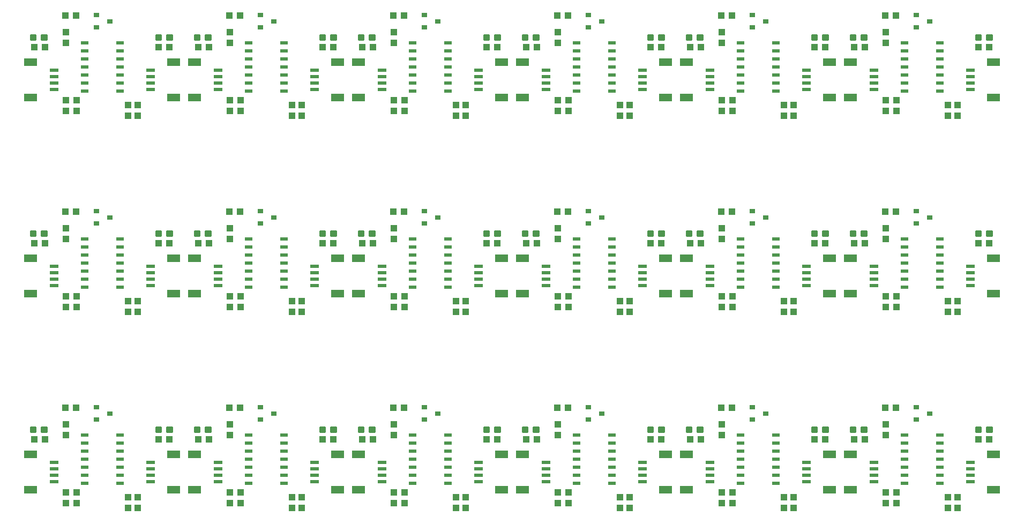
<source format=gtp>
G75*
%MOIN*%
%OFA0B0*%
%FSLAX25Y25*%
%IPPOS*%
%LPD*%
%AMOC8*
5,1,8,0,0,1.08239X$1,22.5*
%
%ADD10R,0.03937X0.04331*%
%ADD11R,0.07874X0.04724*%
%ADD12R,0.05315X0.02362*%
%ADD13R,0.04331X0.03937*%
%ADD14C,0.01181*%
%ADD15R,0.04724X0.02362*%
%ADD16R,0.03543X0.03150*%
D10*
X0061981Y0064404D03*
X0068481Y0064404D03*
X0068481Y0071096D03*
X0061981Y0071096D03*
X0100481Y0068096D03*
X0106481Y0068096D03*
X0106481Y0061404D03*
X0100481Y0061404D03*
X0163981Y0064404D03*
X0170481Y0064404D03*
X0170481Y0071096D03*
X0163981Y0071096D03*
X0202481Y0068096D03*
X0208481Y0068096D03*
X0208481Y0061404D03*
X0202481Y0061404D03*
X0265981Y0064404D03*
X0272481Y0064404D03*
X0272481Y0071096D03*
X0265981Y0071096D03*
X0304481Y0068096D03*
X0310481Y0068096D03*
X0310481Y0061404D03*
X0304481Y0061404D03*
X0367981Y0064404D03*
X0374481Y0064404D03*
X0374481Y0071096D03*
X0367981Y0071096D03*
X0406481Y0068096D03*
X0412481Y0068096D03*
X0412481Y0061404D03*
X0406481Y0061404D03*
X0469981Y0064404D03*
X0476481Y0064404D03*
X0476481Y0071096D03*
X0469981Y0071096D03*
X0508481Y0068096D03*
X0514481Y0068096D03*
X0514481Y0061404D03*
X0508481Y0061404D03*
X0571981Y0064404D03*
X0578481Y0064404D03*
X0578481Y0071096D03*
X0571981Y0071096D03*
X0610481Y0068096D03*
X0616481Y0068096D03*
X0616481Y0061404D03*
X0610481Y0061404D03*
X0571981Y0106904D03*
X0571981Y0113596D03*
X0469981Y0113596D03*
X0469981Y0106904D03*
X0367981Y0106904D03*
X0367981Y0113596D03*
X0265981Y0113596D03*
X0265981Y0106904D03*
X0163981Y0106904D03*
X0163981Y0113596D03*
X0061981Y0113596D03*
X0061981Y0106904D03*
X0100481Y0183404D03*
X0106481Y0183404D03*
X0106481Y0190096D03*
X0100481Y0190096D03*
X0068481Y0193096D03*
X0061981Y0193096D03*
X0061981Y0186404D03*
X0068481Y0186404D03*
X0061981Y0228904D03*
X0061981Y0235596D03*
X0163981Y0235596D03*
X0163981Y0228904D03*
X0163981Y0193096D03*
X0170481Y0193096D03*
X0170481Y0186404D03*
X0163981Y0186404D03*
X0202481Y0183404D03*
X0208481Y0183404D03*
X0208481Y0190096D03*
X0202481Y0190096D03*
X0265981Y0193096D03*
X0272481Y0193096D03*
X0272481Y0186404D03*
X0265981Y0186404D03*
X0304481Y0183404D03*
X0310481Y0183404D03*
X0310481Y0190096D03*
X0304481Y0190096D03*
X0265981Y0228904D03*
X0265981Y0235596D03*
X0367981Y0235596D03*
X0367981Y0228904D03*
X0367981Y0193096D03*
X0374481Y0193096D03*
X0374481Y0186404D03*
X0367981Y0186404D03*
X0406481Y0183404D03*
X0412481Y0183404D03*
X0412481Y0190096D03*
X0406481Y0190096D03*
X0469981Y0193096D03*
X0476481Y0193096D03*
X0476481Y0186404D03*
X0469981Y0186404D03*
X0508481Y0183404D03*
X0514481Y0183404D03*
X0514481Y0190096D03*
X0508481Y0190096D03*
X0469981Y0228904D03*
X0469981Y0235596D03*
X0571981Y0235596D03*
X0571981Y0228904D03*
X0571981Y0193096D03*
X0578481Y0193096D03*
X0578481Y0186404D03*
X0571981Y0186404D03*
X0610481Y0183404D03*
X0616481Y0183404D03*
X0616481Y0190096D03*
X0610481Y0190096D03*
X0610481Y0305404D03*
X0616481Y0305404D03*
X0616481Y0312096D03*
X0610481Y0312096D03*
X0578481Y0315096D03*
X0571981Y0315096D03*
X0571981Y0308404D03*
X0578481Y0308404D03*
X0514481Y0305404D03*
X0508481Y0305404D03*
X0508481Y0312096D03*
X0514481Y0312096D03*
X0476481Y0315096D03*
X0469981Y0315096D03*
X0469981Y0308404D03*
X0476481Y0308404D03*
X0412481Y0305404D03*
X0406481Y0305404D03*
X0406481Y0312096D03*
X0412481Y0312096D03*
X0374481Y0315096D03*
X0367981Y0315096D03*
X0367981Y0308404D03*
X0374481Y0308404D03*
X0310481Y0305404D03*
X0304481Y0305404D03*
X0304481Y0312096D03*
X0310481Y0312096D03*
X0272481Y0315096D03*
X0265981Y0315096D03*
X0265981Y0308404D03*
X0272481Y0308404D03*
X0208481Y0305404D03*
X0202481Y0305404D03*
X0202481Y0312096D03*
X0208481Y0312096D03*
X0170481Y0315096D03*
X0163981Y0315096D03*
X0163981Y0308404D03*
X0170481Y0308404D03*
X0106481Y0305404D03*
X0100481Y0305404D03*
X0100481Y0312096D03*
X0106481Y0312096D03*
X0068481Y0315096D03*
X0061981Y0315096D03*
X0061981Y0308404D03*
X0068481Y0308404D03*
X0061981Y0350904D03*
X0061981Y0357596D03*
X0163981Y0357596D03*
X0163981Y0350904D03*
X0265981Y0350904D03*
X0265981Y0357596D03*
X0367981Y0357596D03*
X0367981Y0350904D03*
X0469981Y0350904D03*
X0469981Y0357596D03*
X0571981Y0357596D03*
X0571981Y0350904D03*
D11*
X0550013Y0338774D03*
X0536950Y0338774D03*
X0536950Y0316726D03*
X0550013Y0316726D03*
X0638950Y0316726D03*
X0638950Y0338774D03*
X0448013Y0338774D03*
X0434950Y0338774D03*
X0434950Y0316726D03*
X0448013Y0316726D03*
X0346013Y0316726D03*
X0332950Y0316726D03*
X0332950Y0338774D03*
X0346013Y0338774D03*
X0244013Y0338774D03*
X0230950Y0338774D03*
X0230950Y0316726D03*
X0244013Y0316726D03*
X0142013Y0316726D03*
X0128950Y0316726D03*
X0128950Y0338774D03*
X0142013Y0338774D03*
X0040013Y0338774D03*
X0040013Y0316726D03*
X0040013Y0216774D03*
X0040013Y0194726D03*
X0128950Y0194726D03*
X0142013Y0194726D03*
X0142013Y0216774D03*
X0128950Y0216774D03*
X0230950Y0216774D03*
X0244013Y0216774D03*
X0244013Y0194726D03*
X0230950Y0194726D03*
X0332950Y0194726D03*
X0346013Y0194726D03*
X0346013Y0216774D03*
X0332950Y0216774D03*
X0434950Y0216774D03*
X0448013Y0216774D03*
X0448013Y0194726D03*
X0434950Y0194726D03*
X0536950Y0194726D03*
X0550013Y0194726D03*
X0550013Y0216774D03*
X0536950Y0216774D03*
X0638950Y0216774D03*
X0638950Y0194726D03*
X0638950Y0094774D03*
X0638950Y0072726D03*
X0550013Y0072726D03*
X0536950Y0072726D03*
X0536950Y0094774D03*
X0550013Y0094774D03*
X0448013Y0094774D03*
X0434950Y0094774D03*
X0434950Y0072726D03*
X0448013Y0072726D03*
X0346013Y0072726D03*
X0332950Y0072726D03*
X0332950Y0094774D03*
X0346013Y0094774D03*
X0244013Y0094774D03*
X0230950Y0094774D03*
X0230950Y0072726D03*
X0244013Y0072726D03*
X0142013Y0072726D03*
X0128950Y0072726D03*
X0128950Y0094774D03*
X0142013Y0094774D03*
X0040013Y0094774D03*
X0040013Y0072726D03*
D12*
X0054481Y0077844D03*
X0054481Y0081781D03*
X0054481Y0085719D03*
X0054481Y0089656D03*
X0114481Y0089656D03*
X0114481Y0085719D03*
X0114481Y0081781D03*
X0114481Y0077844D03*
X0156481Y0077844D03*
X0156481Y0081781D03*
X0156481Y0085719D03*
X0156481Y0089656D03*
X0216481Y0089656D03*
X0216481Y0085719D03*
X0216481Y0081781D03*
X0216481Y0077844D03*
X0258481Y0077844D03*
X0258481Y0081781D03*
X0258481Y0085719D03*
X0258481Y0089656D03*
X0318481Y0089656D03*
X0318481Y0085719D03*
X0318481Y0081781D03*
X0318481Y0077844D03*
X0360481Y0077844D03*
X0360481Y0081781D03*
X0360481Y0085719D03*
X0360481Y0089656D03*
X0420481Y0089656D03*
X0420481Y0085719D03*
X0420481Y0081781D03*
X0420481Y0077844D03*
X0462481Y0077844D03*
X0462481Y0081781D03*
X0462481Y0085719D03*
X0462481Y0089656D03*
X0522481Y0089656D03*
X0522481Y0085719D03*
X0522481Y0081781D03*
X0522481Y0077844D03*
X0564481Y0077844D03*
X0564481Y0081781D03*
X0564481Y0085719D03*
X0564481Y0089656D03*
X0624481Y0089656D03*
X0624481Y0085719D03*
X0624481Y0081781D03*
X0624481Y0077844D03*
X0624481Y0199844D03*
X0624481Y0203781D03*
X0624481Y0207719D03*
X0624481Y0211656D03*
X0564481Y0211656D03*
X0564481Y0207719D03*
X0564481Y0203781D03*
X0564481Y0199844D03*
X0522481Y0199844D03*
X0522481Y0203781D03*
X0522481Y0207719D03*
X0522481Y0211656D03*
X0462481Y0211656D03*
X0462481Y0207719D03*
X0462481Y0203781D03*
X0462481Y0199844D03*
X0420481Y0199844D03*
X0420481Y0203781D03*
X0420481Y0207719D03*
X0420481Y0211656D03*
X0360481Y0211656D03*
X0360481Y0207719D03*
X0360481Y0203781D03*
X0360481Y0199844D03*
X0318481Y0199844D03*
X0318481Y0203781D03*
X0318481Y0207719D03*
X0318481Y0211656D03*
X0258481Y0211656D03*
X0258481Y0207719D03*
X0258481Y0203781D03*
X0258481Y0199844D03*
X0216481Y0199844D03*
X0216481Y0203781D03*
X0216481Y0207719D03*
X0216481Y0211656D03*
X0156481Y0211656D03*
X0156481Y0207719D03*
X0156481Y0203781D03*
X0156481Y0199844D03*
X0114481Y0199844D03*
X0114481Y0203781D03*
X0114481Y0207719D03*
X0114481Y0211656D03*
X0054481Y0211656D03*
X0054481Y0207719D03*
X0054481Y0203781D03*
X0054481Y0199844D03*
X0054481Y0321844D03*
X0054481Y0325781D03*
X0054481Y0329719D03*
X0054481Y0333656D03*
X0114481Y0333656D03*
X0114481Y0329719D03*
X0114481Y0325781D03*
X0114481Y0321844D03*
X0156481Y0321844D03*
X0156481Y0325781D03*
X0156481Y0329719D03*
X0156481Y0333656D03*
X0216481Y0333656D03*
X0216481Y0329719D03*
X0216481Y0325781D03*
X0216481Y0321844D03*
X0258481Y0321844D03*
X0258481Y0325781D03*
X0258481Y0329719D03*
X0258481Y0333656D03*
X0318481Y0333656D03*
X0318481Y0329719D03*
X0318481Y0325781D03*
X0318481Y0321844D03*
X0360481Y0321844D03*
X0360481Y0325781D03*
X0360481Y0329719D03*
X0360481Y0333656D03*
X0420481Y0333656D03*
X0420481Y0329719D03*
X0420481Y0325781D03*
X0420481Y0321844D03*
X0462481Y0321844D03*
X0462481Y0325781D03*
X0462481Y0329719D03*
X0462481Y0333656D03*
X0522481Y0333656D03*
X0522481Y0329719D03*
X0522481Y0325781D03*
X0522481Y0321844D03*
X0564481Y0321844D03*
X0564481Y0325781D03*
X0564481Y0329719D03*
X0564481Y0333656D03*
X0624481Y0333656D03*
X0624481Y0329719D03*
X0624481Y0325781D03*
X0624481Y0321844D03*
D13*
X0629635Y0348250D03*
X0636328Y0348250D03*
X0578328Y0367750D03*
X0571635Y0367750D03*
X0558828Y0348250D03*
X0552135Y0348250D03*
X0534328Y0348250D03*
X0527635Y0348250D03*
X0476328Y0367750D03*
X0469635Y0367750D03*
X0456828Y0348250D03*
X0450135Y0348250D03*
X0432328Y0348250D03*
X0425635Y0348250D03*
X0374328Y0367750D03*
X0367635Y0367750D03*
X0354828Y0348250D03*
X0348135Y0348250D03*
X0330328Y0348250D03*
X0323635Y0348250D03*
X0272328Y0367750D03*
X0265635Y0367750D03*
X0252828Y0348250D03*
X0246135Y0348250D03*
X0228328Y0348250D03*
X0221635Y0348250D03*
X0170328Y0367750D03*
X0163635Y0367750D03*
X0150828Y0348250D03*
X0144135Y0348250D03*
X0126328Y0348250D03*
X0119635Y0348250D03*
X0068328Y0367750D03*
X0061635Y0367750D03*
X0048828Y0348250D03*
X0042135Y0348250D03*
X0061635Y0245750D03*
X0068328Y0245750D03*
X0048828Y0226250D03*
X0042135Y0226250D03*
X0119635Y0226250D03*
X0126328Y0226250D03*
X0144135Y0226250D03*
X0150828Y0226250D03*
X0163635Y0245750D03*
X0170328Y0245750D03*
X0221635Y0226250D03*
X0228328Y0226250D03*
X0246135Y0226250D03*
X0252828Y0226250D03*
X0265635Y0245750D03*
X0272328Y0245750D03*
X0323635Y0226250D03*
X0330328Y0226250D03*
X0348135Y0226250D03*
X0354828Y0226250D03*
X0367635Y0245750D03*
X0374328Y0245750D03*
X0425635Y0226250D03*
X0432328Y0226250D03*
X0450135Y0226250D03*
X0456828Y0226250D03*
X0469635Y0245750D03*
X0476328Y0245750D03*
X0527635Y0226250D03*
X0534328Y0226250D03*
X0552135Y0226250D03*
X0558828Y0226250D03*
X0571635Y0245750D03*
X0578328Y0245750D03*
X0629635Y0226250D03*
X0636328Y0226250D03*
X0578328Y0123750D03*
X0571635Y0123750D03*
X0558828Y0104250D03*
X0552135Y0104250D03*
X0534328Y0104250D03*
X0527635Y0104250D03*
X0476328Y0123750D03*
X0469635Y0123750D03*
X0456828Y0104250D03*
X0450135Y0104250D03*
X0432328Y0104250D03*
X0425635Y0104250D03*
X0374328Y0123750D03*
X0367635Y0123750D03*
X0354828Y0104250D03*
X0348135Y0104250D03*
X0330328Y0104250D03*
X0323635Y0104250D03*
X0272328Y0123750D03*
X0265635Y0123750D03*
X0252828Y0104250D03*
X0246135Y0104250D03*
X0228328Y0104250D03*
X0221635Y0104250D03*
X0170328Y0123750D03*
X0163635Y0123750D03*
X0150828Y0104250D03*
X0144135Y0104250D03*
X0126328Y0104250D03*
X0119635Y0104250D03*
X0068328Y0123750D03*
X0061635Y0123750D03*
X0048828Y0104250D03*
X0042135Y0104250D03*
X0629635Y0104250D03*
X0636328Y0104250D03*
D14*
X0635056Y0108872D02*
X0635056Y0111628D01*
X0637812Y0111628D01*
X0637812Y0108872D01*
X0635056Y0108872D01*
X0635056Y0109994D02*
X0637812Y0109994D01*
X0637812Y0111116D02*
X0635056Y0111116D01*
X0628150Y0111628D02*
X0628150Y0108872D01*
X0628150Y0111628D02*
X0630906Y0111628D01*
X0630906Y0108872D01*
X0628150Y0108872D01*
X0628150Y0109994D02*
X0630906Y0109994D01*
X0630906Y0111116D02*
X0628150Y0111116D01*
X0557056Y0111628D02*
X0557056Y0108872D01*
X0557056Y0111628D02*
X0559812Y0111628D01*
X0559812Y0108872D01*
X0557056Y0108872D01*
X0557056Y0109994D02*
X0559812Y0109994D01*
X0559812Y0111116D02*
X0557056Y0111116D01*
X0550150Y0111628D02*
X0550150Y0108872D01*
X0550150Y0111628D02*
X0552906Y0111628D01*
X0552906Y0108872D01*
X0550150Y0108872D01*
X0550150Y0109994D02*
X0552906Y0109994D01*
X0552906Y0111116D02*
X0550150Y0111116D01*
X0533056Y0111628D02*
X0533056Y0108872D01*
X0533056Y0111628D02*
X0535812Y0111628D01*
X0535812Y0108872D01*
X0533056Y0108872D01*
X0533056Y0109994D02*
X0535812Y0109994D01*
X0535812Y0111116D02*
X0533056Y0111116D01*
X0526150Y0111628D02*
X0526150Y0108872D01*
X0526150Y0111628D02*
X0528906Y0111628D01*
X0528906Y0108872D01*
X0526150Y0108872D01*
X0526150Y0109994D02*
X0528906Y0109994D01*
X0528906Y0111116D02*
X0526150Y0111116D01*
X0455056Y0111628D02*
X0455056Y0108872D01*
X0455056Y0111628D02*
X0457812Y0111628D01*
X0457812Y0108872D01*
X0455056Y0108872D01*
X0455056Y0109994D02*
X0457812Y0109994D01*
X0457812Y0111116D02*
X0455056Y0111116D01*
X0448150Y0111628D02*
X0448150Y0108872D01*
X0448150Y0111628D02*
X0450906Y0111628D01*
X0450906Y0108872D01*
X0448150Y0108872D01*
X0448150Y0109994D02*
X0450906Y0109994D01*
X0450906Y0111116D02*
X0448150Y0111116D01*
X0431056Y0111628D02*
X0431056Y0108872D01*
X0431056Y0111628D02*
X0433812Y0111628D01*
X0433812Y0108872D01*
X0431056Y0108872D01*
X0431056Y0109994D02*
X0433812Y0109994D01*
X0433812Y0111116D02*
X0431056Y0111116D01*
X0424150Y0111628D02*
X0424150Y0108872D01*
X0424150Y0111628D02*
X0426906Y0111628D01*
X0426906Y0108872D01*
X0424150Y0108872D01*
X0424150Y0109994D02*
X0426906Y0109994D01*
X0426906Y0111116D02*
X0424150Y0111116D01*
X0353056Y0111628D02*
X0353056Y0108872D01*
X0353056Y0111628D02*
X0355812Y0111628D01*
X0355812Y0108872D01*
X0353056Y0108872D01*
X0353056Y0109994D02*
X0355812Y0109994D01*
X0355812Y0111116D02*
X0353056Y0111116D01*
X0346150Y0111628D02*
X0346150Y0108872D01*
X0346150Y0111628D02*
X0348906Y0111628D01*
X0348906Y0108872D01*
X0346150Y0108872D01*
X0346150Y0109994D02*
X0348906Y0109994D01*
X0348906Y0111116D02*
X0346150Y0111116D01*
X0329056Y0111628D02*
X0329056Y0108872D01*
X0329056Y0111628D02*
X0331812Y0111628D01*
X0331812Y0108872D01*
X0329056Y0108872D01*
X0329056Y0109994D02*
X0331812Y0109994D01*
X0331812Y0111116D02*
X0329056Y0111116D01*
X0322150Y0111628D02*
X0322150Y0108872D01*
X0322150Y0111628D02*
X0324906Y0111628D01*
X0324906Y0108872D01*
X0322150Y0108872D01*
X0322150Y0109994D02*
X0324906Y0109994D01*
X0324906Y0111116D02*
X0322150Y0111116D01*
X0251056Y0111628D02*
X0251056Y0108872D01*
X0251056Y0111628D02*
X0253812Y0111628D01*
X0253812Y0108872D01*
X0251056Y0108872D01*
X0251056Y0109994D02*
X0253812Y0109994D01*
X0253812Y0111116D02*
X0251056Y0111116D01*
X0244150Y0111628D02*
X0244150Y0108872D01*
X0244150Y0111628D02*
X0246906Y0111628D01*
X0246906Y0108872D01*
X0244150Y0108872D01*
X0244150Y0109994D02*
X0246906Y0109994D01*
X0246906Y0111116D02*
X0244150Y0111116D01*
X0227056Y0111628D02*
X0227056Y0108872D01*
X0227056Y0111628D02*
X0229812Y0111628D01*
X0229812Y0108872D01*
X0227056Y0108872D01*
X0227056Y0109994D02*
X0229812Y0109994D01*
X0229812Y0111116D02*
X0227056Y0111116D01*
X0220150Y0111628D02*
X0220150Y0108872D01*
X0220150Y0111628D02*
X0222906Y0111628D01*
X0222906Y0108872D01*
X0220150Y0108872D01*
X0220150Y0109994D02*
X0222906Y0109994D01*
X0222906Y0111116D02*
X0220150Y0111116D01*
X0149056Y0111628D02*
X0149056Y0108872D01*
X0149056Y0111628D02*
X0151812Y0111628D01*
X0151812Y0108872D01*
X0149056Y0108872D01*
X0149056Y0109994D02*
X0151812Y0109994D01*
X0151812Y0111116D02*
X0149056Y0111116D01*
X0142150Y0111628D02*
X0142150Y0108872D01*
X0142150Y0111628D02*
X0144906Y0111628D01*
X0144906Y0108872D01*
X0142150Y0108872D01*
X0142150Y0109994D02*
X0144906Y0109994D01*
X0144906Y0111116D02*
X0142150Y0111116D01*
X0125056Y0111628D02*
X0125056Y0108872D01*
X0125056Y0111628D02*
X0127812Y0111628D01*
X0127812Y0108872D01*
X0125056Y0108872D01*
X0125056Y0109994D02*
X0127812Y0109994D01*
X0127812Y0111116D02*
X0125056Y0111116D01*
X0118150Y0111628D02*
X0118150Y0108872D01*
X0118150Y0111628D02*
X0120906Y0111628D01*
X0120906Y0108872D01*
X0118150Y0108872D01*
X0118150Y0109994D02*
X0120906Y0109994D01*
X0120906Y0111116D02*
X0118150Y0111116D01*
X0047056Y0111628D02*
X0047056Y0108872D01*
X0047056Y0111628D02*
X0049812Y0111628D01*
X0049812Y0108872D01*
X0047056Y0108872D01*
X0047056Y0109994D02*
X0049812Y0109994D01*
X0049812Y0111116D02*
X0047056Y0111116D01*
X0040150Y0111628D02*
X0040150Y0108872D01*
X0040150Y0111628D02*
X0042906Y0111628D01*
X0042906Y0108872D01*
X0040150Y0108872D01*
X0040150Y0109994D02*
X0042906Y0109994D01*
X0042906Y0111116D02*
X0040150Y0111116D01*
X0040150Y0230872D02*
X0040150Y0233628D01*
X0042906Y0233628D01*
X0042906Y0230872D01*
X0040150Y0230872D01*
X0040150Y0231994D02*
X0042906Y0231994D01*
X0042906Y0233116D02*
X0040150Y0233116D01*
X0047056Y0233628D02*
X0047056Y0230872D01*
X0047056Y0233628D02*
X0049812Y0233628D01*
X0049812Y0230872D01*
X0047056Y0230872D01*
X0047056Y0231994D02*
X0049812Y0231994D01*
X0049812Y0233116D02*
X0047056Y0233116D01*
X0118150Y0233628D02*
X0118150Y0230872D01*
X0118150Y0233628D02*
X0120906Y0233628D01*
X0120906Y0230872D01*
X0118150Y0230872D01*
X0118150Y0231994D02*
X0120906Y0231994D01*
X0120906Y0233116D02*
X0118150Y0233116D01*
X0125056Y0233628D02*
X0125056Y0230872D01*
X0125056Y0233628D02*
X0127812Y0233628D01*
X0127812Y0230872D01*
X0125056Y0230872D01*
X0125056Y0231994D02*
X0127812Y0231994D01*
X0127812Y0233116D02*
X0125056Y0233116D01*
X0142150Y0233628D02*
X0142150Y0230872D01*
X0142150Y0233628D02*
X0144906Y0233628D01*
X0144906Y0230872D01*
X0142150Y0230872D01*
X0142150Y0231994D02*
X0144906Y0231994D01*
X0144906Y0233116D02*
X0142150Y0233116D01*
X0149056Y0233628D02*
X0149056Y0230872D01*
X0149056Y0233628D02*
X0151812Y0233628D01*
X0151812Y0230872D01*
X0149056Y0230872D01*
X0149056Y0231994D02*
X0151812Y0231994D01*
X0151812Y0233116D02*
X0149056Y0233116D01*
X0220150Y0233628D02*
X0220150Y0230872D01*
X0220150Y0233628D02*
X0222906Y0233628D01*
X0222906Y0230872D01*
X0220150Y0230872D01*
X0220150Y0231994D02*
X0222906Y0231994D01*
X0222906Y0233116D02*
X0220150Y0233116D01*
X0227056Y0233628D02*
X0227056Y0230872D01*
X0227056Y0233628D02*
X0229812Y0233628D01*
X0229812Y0230872D01*
X0227056Y0230872D01*
X0227056Y0231994D02*
X0229812Y0231994D01*
X0229812Y0233116D02*
X0227056Y0233116D01*
X0244150Y0233628D02*
X0244150Y0230872D01*
X0244150Y0233628D02*
X0246906Y0233628D01*
X0246906Y0230872D01*
X0244150Y0230872D01*
X0244150Y0231994D02*
X0246906Y0231994D01*
X0246906Y0233116D02*
X0244150Y0233116D01*
X0251056Y0233628D02*
X0251056Y0230872D01*
X0251056Y0233628D02*
X0253812Y0233628D01*
X0253812Y0230872D01*
X0251056Y0230872D01*
X0251056Y0231994D02*
X0253812Y0231994D01*
X0253812Y0233116D02*
X0251056Y0233116D01*
X0322150Y0233628D02*
X0322150Y0230872D01*
X0322150Y0233628D02*
X0324906Y0233628D01*
X0324906Y0230872D01*
X0322150Y0230872D01*
X0322150Y0231994D02*
X0324906Y0231994D01*
X0324906Y0233116D02*
X0322150Y0233116D01*
X0329056Y0233628D02*
X0329056Y0230872D01*
X0329056Y0233628D02*
X0331812Y0233628D01*
X0331812Y0230872D01*
X0329056Y0230872D01*
X0329056Y0231994D02*
X0331812Y0231994D01*
X0331812Y0233116D02*
X0329056Y0233116D01*
X0346150Y0233628D02*
X0346150Y0230872D01*
X0346150Y0233628D02*
X0348906Y0233628D01*
X0348906Y0230872D01*
X0346150Y0230872D01*
X0346150Y0231994D02*
X0348906Y0231994D01*
X0348906Y0233116D02*
X0346150Y0233116D01*
X0353056Y0233628D02*
X0353056Y0230872D01*
X0353056Y0233628D02*
X0355812Y0233628D01*
X0355812Y0230872D01*
X0353056Y0230872D01*
X0353056Y0231994D02*
X0355812Y0231994D01*
X0355812Y0233116D02*
X0353056Y0233116D01*
X0424150Y0233628D02*
X0424150Y0230872D01*
X0424150Y0233628D02*
X0426906Y0233628D01*
X0426906Y0230872D01*
X0424150Y0230872D01*
X0424150Y0231994D02*
X0426906Y0231994D01*
X0426906Y0233116D02*
X0424150Y0233116D01*
X0431056Y0233628D02*
X0431056Y0230872D01*
X0431056Y0233628D02*
X0433812Y0233628D01*
X0433812Y0230872D01*
X0431056Y0230872D01*
X0431056Y0231994D02*
X0433812Y0231994D01*
X0433812Y0233116D02*
X0431056Y0233116D01*
X0448150Y0233628D02*
X0448150Y0230872D01*
X0448150Y0233628D02*
X0450906Y0233628D01*
X0450906Y0230872D01*
X0448150Y0230872D01*
X0448150Y0231994D02*
X0450906Y0231994D01*
X0450906Y0233116D02*
X0448150Y0233116D01*
X0455056Y0233628D02*
X0455056Y0230872D01*
X0455056Y0233628D02*
X0457812Y0233628D01*
X0457812Y0230872D01*
X0455056Y0230872D01*
X0455056Y0231994D02*
X0457812Y0231994D01*
X0457812Y0233116D02*
X0455056Y0233116D01*
X0526150Y0233628D02*
X0526150Y0230872D01*
X0526150Y0233628D02*
X0528906Y0233628D01*
X0528906Y0230872D01*
X0526150Y0230872D01*
X0526150Y0231994D02*
X0528906Y0231994D01*
X0528906Y0233116D02*
X0526150Y0233116D01*
X0533056Y0233628D02*
X0533056Y0230872D01*
X0533056Y0233628D02*
X0535812Y0233628D01*
X0535812Y0230872D01*
X0533056Y0230872D01*
X0533056Y0231994D02*
X0535812Y0231994D01*
X0535812Y0233116D02*
X0533056Y0233116D01*
X0550150Y0233628D02*
X0550150Y0230872D01*
X0550150Y0233628D02*
X0552906Y0233628D01*
X0552906Y0230872D01*
X0550150Y0230872D01*
X0550150Y0231994D02*
X0552906Y0231994D01*
X0552906Y0233116D02*
X0550150Y0233116D01*
X0557056Y0233628D02*
X0557056Y0230872D01*
X0557056Y0233628D02*
X0559812Y0233628D01*
X0559812Y0230872D01*
X0557056Y0230872D01*
X0557056Y0231994D02*
X0559812Y0231994D01*
X0559812Y0233116D02*
X0557056Y0233116D01*
X0628150Y0233628D02*
X0628150Y0230872D01*
X0628150Y0233628D02*
X0630906Y0233628D01*
X0630906Y0230872D01*
X0628150Y0230872D01*
X0628150Y0231994D02*
X0630906Y0231994D01*
X0630906Y0233116D02*
X0628150Y0233116D01*
X0635056Y0233628D02*
X0635056Y0230872D01*
X0635056Y0233628D02*
X0637812Y0233628D01*
X0637812Y0230872D01*
X0635056Y0230872D01*
X0635056Y0231994D02*
X0637812Y0231994D01*
X0637812Y0233116D02*
X0635056Y0233116D01*
X0635056Y0352872D02*
X0635056Y0355628D01*
X0637812Y0355628D01*
X0637812Y0352872D01*
X0635056Y0352872D01*
X0635056Y0353994D02*
X0637812Y0353994D01*
X0637812Y0355116D02*
X0635056Y0355116D01*
X0628150Y0355628D02*
X0628150Y0352872D01*
X0628150Y0355628D02*
X0630906Y0355628D01*
X0630906Y0352872D01*
X0628150Y0352872D01*
X0628150Y0353994D02*
X0630906Y0353994D01*
X0630906Y0355116D02*
X0628150Y0355116D01*
X0557056Y0355628D02*
X0557056Y0352872D01*
X0557056Y0355628D02*
X0559812Y0355628D01*
X0559812Y0352872D01*
X0557056Y0352872D01*
X0557056Y0353994D02*
X0559812Y0353994D01*
X0559812Y0355116D02*
X0557056Y0355116D01*
X0550150Y0355628D02*
X0550150Y0352872D01*
X0550150Y0355628D02*
X0552906Y0355628D01*
X0552906Y0352872D01*
X0550150Y0352872D01*
X0550150Y0353994D02*
X0552906Y0353994D01*
X0552906Y0355116D02*
X0550150Y0355116D01*
X0533056Y0355628D02*
X0533056Y0352872D01*
X0533056Y0355628D02*
X0535812Y0355628D01*
X0535812Y0352872D01*
X0533056Y0352872D01*
X0533056Y0353994D02*
X0535812Y0353994D01*
X0535812Y0355116D02*
X0533056Y0355116D01*
X0526150Y0355628D02*
X0526150Y0352872D01*
X0526150Y0355628D02*
X0528906Y0355628D01*
X0528906Y0352872D01*
X0526150Y0352872D01*
X0526150Y0353994D02*
X0528906Y0353994D01*
X0528906Y0355116D02*
X0526150Y0355116D01*
X0455056Y0355628D02*
X0455056Y0352872D01*
X0455056Y0355628D02*
X0457812Y0355628D01*
X0457812Y0352872D01*
X0455056Y0352872D01*
X0455056Y0353994D02*
X0457812Y0353994D01*
X0457812Y0355116D02*
X0455056Y0355116D01*
X0448150Y0355628D02*
X0448150Y0352872D01*
X0448150Y0355628D02*
X0450906Y0355628D01*
X0450906Y0352872D01*
X0448150Y0352872D01*
X0448150Y0353994D02*
X0450906Y0353994D01*
X0450906Y0355116D02*
X0448150Y0355116D01*
X0431056Y0355628D02*
X0431056Y0352872D01*
X0431056Y0355628D02*
X0433812Y0355628D01*
X0433812Y0352872D01*
X0431056Y0352872D01*
X0431056Y0353994D02*
X0433812Y0353994D01*
X0433812Y0355116D02*
X0431056Y0355116D01*
X0424150Y0355628D02*
X0424150Y0352872D01*
X0424150Y0355628D02*
X0426906Y0355628D01*
X0426906Y0352872D01*
X0424150Y0352872D01*
X0424150Y0353994D02*
X0426906Y0353994D01*
X0426906Y0355116D02*
X0424150Y0355116D01*
X0353056Y0355628D02*
X0353056Y0352872D01*
X0353056Y0355628D02*
X0355812Y0355628D01*
X0355812Y0352872D01*
X0353056Y0352872D01*
X0353056Y0353994D02*
X0355812Y0353994D01*
X0355812Y0355116D02*
X0353056Y0355116D01*
X0346150Y0355628D02*
X0346150Y0352872D01*
X0346150Y0355628D02*
X0348906Y0355628D01*
X0348906Y0352872D01*
X0346150Y0352872D01*
X0346150Y0353994D02*
X0348906Y0353994D01*
X0348906Y0355116D02*
X0346150Y0355116D01*
X0329056Y0355628D02*
X0329056Y0352872D01*
X0329056Y0355628D02*
X0331812Y0355628D01*
X0331812Y0352872D01*
X0329056Y0352872D01*
X0329056Y0353994D02*
X0331812Y0353994D01*
X0331812Y0355116D02*
X0329056Y0355116D01*
X0322150Y0355628D02*
X0322150Y0352872D01*
X0322150Y0355628D02*
X0324906Y0355628D01*
X0324906Y0352872D01*
X0322150Y0352872D01*
X0322150Y0353994D02*
X0324906Y0353994D01*
X0324906Y0355116D02*
X0322150Y0355116D01*
X0251056Y0355628D02*
X0251056Y0352872D01*
X0251056Y0355628D02*
X0253812Y0355628D01*
X0253812Y0352872D01*
X0251056Y0352872D01*
X0251056Y0353994D02*
X0253812Y0353994D01*
X0253812Y0355116D02*
X0251056Y0355116D01*
X0244150Y0355628D02*
X0244150Y0352872D01*
X0244150Y0355628D02*
X0246906Y0355628D01*
X0246906Y0352872D01*
X0244150Y0352872D01*
X0244150Y0353994D02*
X0246906Y0353994D01*
X0246906Y0355116D02*
X0244150Y0355116D01*
X0227056Y0355628D02*
X0227056Y0352872D01*
X0227056Y0355628D02*
X0229812Y0355628D01*
X0229812Y0352872D01*
X0227056Y0352872D01*
X0227056Y0353994D02*
X0229812Y0353994D01*
X0229812Y0355116D02*
X0227056Y0355116D01*
X0220150Y0355628D02*
X0220150Y0352872D01*
X0220150Y0355628D02*
X0222906Y0355628D01*
X0222906Y0352872D01*
X0220150Y0352872D01*
X0220150Y0353994D02*
X0222906Y0353994D01*
X0222906Y0355116D02*
X0220150Y0355116D01*
X0149056Y0355628D02*
X0149056Y0352872D01*
X0149056Y0355628D02*
X0151812Y0355628D01*
X0151812Y0352872D01*
X0149056Y0352872D01*
X0149056Y0353994D02*
X0151812Y0353994D01*
X0151812Y0355116D02*
X0149056Y0355116D01*
X0142150Y0355628D02*
X0142150Y0352872D01*
X0142150Y0355628D02*
X0144906Y0355628D01*
X0144906Y0352872D01*
X0142150Y0352872D01*
X0142150Y0353994D02*
X0144906Y0353994D01*
X0144906Y0355116D02*
X0142150Y0355116D01*
X0125056Y0355628D02*
X0125056Y0352872D01*
X0125056Y0355628D02*
X0127812Y0355628D01*
X0127812Y0352872D01*
X0125056Y0352872D01*
X0125056Y0353994D02*
X0127812Y0353994D01*
X0127812Y0355116D02*
X0125056Y0355116D01*
X0118150Y0355628D02*
X0118150Y0352872D01*
X0118150Y0355628D02*
X0120906Y0355628D01*
X0120906Y0352872D01*
X0118150Y0352872D01*
X0118150Y0353994D02*
X0120906Y0353994D01*
X0120906Y0355116D02*
X0118150Y0355116D01*
X0047056Y0355628D02*
X0047056Y0352872D01*
X0047056Y0355628D02*
X0049812Y0355628D01*
X0049812Y0352872D01*
X0047056Y0352872D01*
X0047056Y0353994D02*
X0049812Y0353994D01*
X0049812Y0355116D02*
X0047056Y0355116D01*
X0040150Y0355628D02*
X0040150Y0352872D01*
X0040150Y0355628D02*
X0042906Y0355628D01*
X0042906Y0352872D01*
X0040150Y0352872D01*
X0040150Y0353994D02*
X0042906Y0353994D01*
X0042906Y0355116D02*
X0040150Y0355116D01*
D15*
X0073458Y0350750D03*
X0073458Y0345750D03*
X0073458Y0340750D03*
X0073458Y0335750D03*
X0073458Y0330750D03*
X0073458Y0325750D03*
X0073458Y0320750D03*
X0095505Y0320750D03*
X0095505Y0325750D03*
X0095505Y0330750D03*
X0095505Y0335750D03*
X0095505Y0340750D03*
X0095505Y0345750D03*
X0095505Y0350750D03*
X0175458Y0350750D03*
X0175458Y0345750D03*
X0175458Y0340750D03*
X0175458Y0335750D03*
X0175458Y0330750D03*
X0175458Y0325750D03*
X0175458Y0320750D03*
X0197505Y0320750D03*
X0197505Y0325750D03*
X0197505Y0330750D03*
X0197505Y0335750D03*
X0197505Y0340750D03*
X0197505Y0345750D03*
X0197505Y0350750D03*
X0277458Y0350750D03*
X0277458Y0345750D03*
X0277458Y0340750D03*
X0277458Y0335750D03*
X0277458Y0330750D03*
X0277458Y0325750D03*
X0277458Y0320750D03*
X0299505Y0320750D03*
X0299505Y0325750D03*
X0299505Y0330750D03*
X0299505Y0335750D03*
X0299505Y0340750D03*
X0299505Y0345750D03*
X0299505Y0350750D03*
X0379458Y0350750D03*
X0379458Y0345750D03*
X0379458Y0340750D03*
X0379458Y0335750D03*
X0379458Y0330750D03*
X0379458Y0325750D03*
X0379458Y0320750D03*
X0401505Y0320750D03*
X0401505Y0325750D03*
X0401505Y0330750D03*
X0401505Y0335750D03*
X0401505Y0340750D03*
X0401505Y0345750D03*
X0401505Y0350750D03*
X0481458Y0350750D03*
X0481458Y0345750D03*
X0481458Y0340750D03*
X0481458Y0335750D03*
X0481458Y0330750D03*
X0481458Y0325750D03*
X0481458Y0320750D03*
X0503505Y0320750D03*
X0503505Y0325750D03*
X0503505Y0330750D03*
X0503505Y0335750D03*
X0503505Y0340750D03*
X0503505Y0345750D03*
X0503505Y0350750D03*
X0583458Y0350750D03*
X0583458Y0345750D03*
X0583458Y0340750D03*
X0583458Y0335750D03*
X0583458Y0330750D03*
X0583458Y0325750D03*
X0583458Y0320750D03*
X0605505Y0320750D03*
X0605505Y0325750D03*
X0605505Y0330750D03*
X0605505Y0335750D03*
X0605505Y0340750D03*
X0605505Y0345750D03*
X0605505Y0350750D03*
X0605505Y0228750D03*
X0605505Y0223750D03*
X0605505Y0218750D03*
X0605505Y0213750D03*
X0605505Y0208750D03*
X0605505Y0203750D03*
X0605505Y0198750D03*
X0583458Y0198750D03*
X0583458Y0203750D03*
X0583458Y0208750D03*
X0583458Y0213750D03*
X0583458Y0218750D03*
X0583458Y0223750D03*
X0583458Y0228750D03*
X0503505Y0228750D03*
X0503505Y0223750D03*
X0503505Y0218750D03*
X0503505Y0213750D03*
X0503505Y0208750D03*
X0503505Y0203750D03*
X0503505Y0198750D03*
X0481458Y0198750D03*
X0481458Y0203750D03*
X0481458Y0208750D03*
X0481458Y0213750D03*
X0481458Y0218750D03*
X0481458Y0223750D03*
X0481458Y0228750D03*
X0401505Y0228750D03*
X0401505Y0223750D03*
X0401505Y0218750D03*
X0401505Y0213750D03*
X0401505Y0208750D03*
X0401505Y0203750D03*
X0401505Y0198750D03*
X0379458Y0198750D03*
X0379458Y0203750D03*
X0379458Y0208750D03*
X0379458Y0213750D03*
X0379458Y0218750D03*
X0379458Y0223750D03*
X0379458Y0228750D03*
X0299505Y0228750D03*
X0299505Y0223750D03*
X0299505Y0218750D03*
X0299505Y0213750D03*
X0299505Y0208750D03*
X0299505Y0203750D03*
X0299505Y0198750D03*
X0277458Y0198750D03*
X0277458Y0203750D03*
X0277458Y0208750D03*
X0277458Y0213750D03*
X0277458Y0218750D03*
X0277458Y0223750D03*
X0277458Y0228750D03*
X0197505Y0228750D03*
X0197505Y0223750D03*
X0197505Y0218750D03*
X0197505Y0213750D03*
X0197505Y0208750D03*
X0197505Y0203750D03*
X0197505Y0198750D03*
X0175458Y0198750D03*
X0175458Y0203750D03*
X0175458Y0208750D03*
X0175458Y0213750D03*
X0175458Y0218750D03*
X0175458Y0223750D03*
X0175458Y0228750D03*
X0095505Y0228750D03*
X0095505Y0223750D03*
X0095505Y0218750D03*
X0095505Y0213750D03*
X0095505Y0208750D03*
X0095505Y0203750D03*
X0095505Y0198750D03*
X0073458Y0198750D03*
X0073458Y0203750D03*
X0073458Y0208750D03*
X0073458Y0213750D03*
X0073458Y0218750D03*
X0073458Y0223750D03*
X0073458Y0228750D03*
X0073458Y0106750D03*
X0073458Y0101750D03*
X0073458Y0096750D03*
X0073458Y0091750D03*
X0073458Y0086750D03*
X0073458Y0081750D03*
X0073458Y0076750D03*
X0095505Y0076750D03*
X0095505Y0081750D03*
X0095505Y0086750D03*
X0095505Y0091750D03*
X0095505Y0096750D03*
X0095505Y0101750D03*
X0095505Y0106750D03*
X0175458Y0106750D03*
X0175458Y0101750D03*
X0175458Y0096750D03*
X0175458Y0091750D03*
X0175458Y0086750D03*
X0175458Y0081750D03*
X0175458Y0076750D03*
X0197505Y0076750D03*
X0197505Y0081750D03*
X0197505Y0086750D03*
X0197505Y0091750D03*
X0197505Y0096750D03*
X0197505Y0101750D03*
X0197505Y0106750D03*
X0277458Y0106750D03*
X0277458Y0101750D03*
X0277458Y0096750D03*
X0277458Y0091750D03*
X0277458Y0086750D03*
X0277458Y0081750D03*
X0277458Y0076750D03*
X0299505Y0076750D03*
X0299505Y0081750D03*
X0299505Y0086750D03*
X0299505Y0091750D03*
X0299505Y0096750D03*
X0299505Y0101750D03*
X0299505Y0106750D03*
X0379458Y0106750D03*
X0379458Y0101750D03*
X0379458Y0096750D03*
X0379458Y0091750D03*
X0379458Y0086750D03*
X0379458Y0081750D03*
X0379458Y0076750D03*
X0401505Y0076750D03*
X0401505Y0081750D03*
X0401505Y0086750D03*
X0401505Y0091750D03*
X0401505Y0096750D03*
X0401505Y0101750D03*
X0401505Y0106750D03*
X0481458Y0106750D03*
X0481458Y0101750D03*
X0481458Y0096750D03*
X0481458Y0091750D03*
X0481458Y0086750D03*
X0481458Y0081750D03*
X0481458Y0076750D03*
X0503505Y0076750D03*
X0503505Y0081750D03*
X0503505Y0086750D03*
X0503505Y0091750D03*
X0503505Y0096750D03*
X0503505Y0101750D03*
X0503505Y0106750D03*
X0583458Y0106750D03*
X0583458Y0101750D03*
X0583458Y0096750D03*
X0583458Y0091750D03*
X0583458Y0086750D03*
X0583458Y0081750D03*
X0583458Y0076750D03*
X0605505Y0076750D03*
X0605505Y0081750D03*
X0605505Y0086750D03*
X0605505Y0091750D03*
X0605505Y0096750D03*
X0605505Y0101750D03*
X0605505Y0106750D03*
D16*
X0591044Y0116510D03*
X0591044Y0123990D03*
X0599312Y0120250D03*
X0497312Y0120250D03*
X0489044Y0116510D03*
X0489044Y0123990D03*
X0395312Y0120250D03*
X0387044Y0116510D03*
X0387044Y0123990D03*
X0293312Y0120250D03*
X0285044Y0116510D03*
X0285044Y0123990D03*
X0191312Y0120250D03*
X0183044Y0116510D03*
X0183044Y0123990D03*
X0089312Y0120250D03*
X0081044Y0116510D03*
X0081044Y0123990D03*
X0081044Y0238510D03*
X0089312Y0242250D03*
X0081044Y0245990D03*
X0183044Y0245990D03*
X0191312Y0242250D03*
X0183044Y0238510D03*
X0285044Y0238510D03*
X0293312Y0242250D03*
X0285044Y0245990D03*
X0387044Y0245990D03*
X0395312Y0242250D03*
X0387044Y0238510D03*
X0489044Y0238510D03*
X0497312Y0242250D03*
X0489044Y0245990D03*
X0591044Y0245990D03*
X0599312Y0242250D03*
X0591044Y0238510D03*
X0591044Y0360510D03*
X0591044Y0367990D03*
X0599312Y0364250D03*
X0497312Y0364250D03*
X0489044Y0367990D03*
X0489044Y0360510D03*
X0395312Y0364250D03*
X0387044Y0367990D03*
X0387044Y0360510D03*
X0293312Y0364250D03*
X0285044Y0367990D03*
X0285044Y0360510D03*
X0191312Y0364250D03*
X0183044Y0367990D03*
X0183044Y0360510D03*
X0089312Y0364250D03*
X0081044Y0367990D03*
X0081044Y0360510D03*
M02*

</source>
